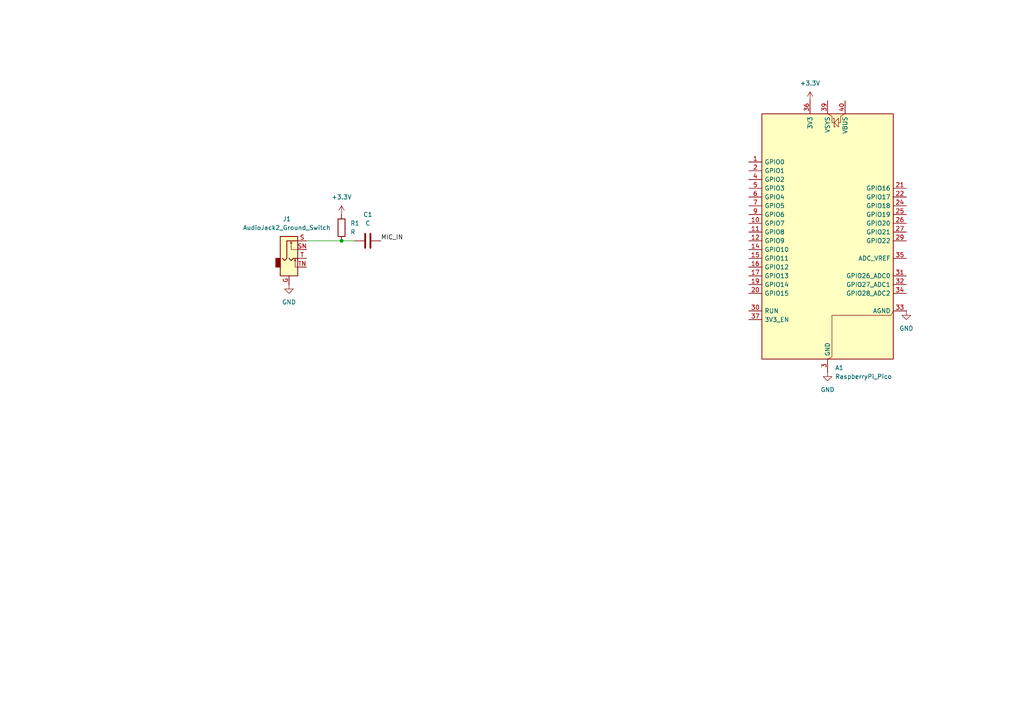
<source format=kicad_sch>
(kicad_sch (version 20250114) (generator "eeschema") (generator_version "9.0")
  (paper "A4")
  (lib_symbols
    (symbol "Connector_Audio:AudioJack2_Ground_Switch"
      (property "Reference" "J" (at 0 11.43 0))
      (property "Value" "AudioJack2_Ground_Switch" (at 0 8.89 0))
      (symbol "AudioJack2_Ground_Switch_0_1"
        (rectangle (start -2.54 -2.54) (end -3.81 0) (stroke (width 0.254)) (fill (type outline)))
        (rectangle (start 2.54 6.35) (end -2.54 -5.08) (stroke (width 0.254)) (fill (type background)))
      )
      (symbol "AudioJack2_Ground_Switch_1_1"
        (polyline (pts (xy 0 0) (xy 0.635 -0.635) (xy 1.27 0) (xy 2.54 0)) (stroke (width 0.254)))
        (polyline (pts (xy 0.635 4.826) (xy 0.889 4.318)))
        (polyline (pts (xy 1.778 -0.254) (xy 2.032 -0.762)))
        (polyline (pts (xy 2.54 5.08) (xy -0.635 5.08) (xy -0.635 0) (xy -1.27 -0.635) (xy -1.905 0)) (stroke (width 0.254)))
        (polyline (pts (xy 2.54 2.54) (xy 0.635 2.54) (xy 0.635 4.826) (xy 0.381 4.318)))
        (polyline (pts (xy 2.54 -2.54) (xy 1.778 -2.54) (xy 1.778 -0.254) (xy 1.524 -0.762)))
        (pin passive line (at 0 -7.62 90) (length 2.54) (name "~") (number "G"))
        (pin passive line (at 5.08 5.08 180) (length 2.54) (name "~") (number "S"))
        (pin passive line (at 5.08 2.54 180) (length 2.54) (name "~") (number "SN"))
        (pin passive line (at 5.08 0 180) (length 2.54) (name "~") (number "T"))
        (pin passive line (at 5.08 -2.54 180) (length 2.54) (name "~") (number "TN"))
      )
    )
    (symbol "Device:C" (pin_numbers (hide yes)) (pin_names (offset 0.254))
      (property "Reference" "C" (at 0.635 2.54 0))
      (property "Value" "C" (at 0.635 -2.54 0))
      (symbol "C_0_1"
        (polyline (pts (xy -2.032 0.762) (xy 2.032 0.762)) (stroke (width 0.508)))
        (polyline (pts (xy -2.032 -0.762) (xy 2.032 -0.762)) (stroke (width 0.508)))
      )
      (symbol "C_1_1"
        (pin passive line (at 0 3.81 270) (length 2.794) (name "~") (number "1"))
        (pin passive line (at 0 -3.81 90) (length 2.794) (name "~") (number "2"))
      )
    )
    (symbol "Device:R" (pin_numbers (hide yes)) (pin_names (offset 0))
      (property "Reference" "R" (at 2.032 0 90))
      (property "Value" "R" (at 0 0 90))
      (symbol "R_0_1"
        (rectangle (start -1.016 -2.54) (end 1.016 2.54) (stroke (width 0.254)))
      )
      (symbol "R_1_1"
        (pin passive line (at 0 3.81 270) (length 1.27) (name "~") (number "1"))
        (pin passive line (at 0 -3.81 90) (length 1.27) (name "~") (number "2"))
      )
    )
    (symbol "extra_symbols:RaspberryPi_Pico" (pin_names (offset 0.762))
      (property "Reference" "A" (at -19.05 38.1 0))
      (property "Value" "RaspberryPi_Pico" (at 7.62 38.1 0))
      (symbol "RaspberryPi_Pico_0_1"
        (rectangle (start -19.05 36.83) (end 19.05 -34.29) (stroke (width 0.254)) (fill (type background)))
        (polyline (pts (xy 0 36.83) (xy 1.27 36.195) (xy 1.27 34.29) (xy 1.905 34.29)))
        (polyline (pts (xy 0 -34.29) (xy 1.27 -33.655) (xy 1.27 -21.59) (xy 18.415 -21.59) (xy 19.05 -20.32)))
        (polyline (pts (xy 1.651 35.306) (xy 1.651 35.56) (xy 1.905 35.56) (xy 1.905 33.02) (xy 2.159 33.02) (xy 2.159 33.274)))
        (polyline (pts (xy 1.905 34.29) (xy 3.175 35.56) (xy 3.175 33.02) (xy 1.905 34.29)))
        (polyline (pts (xy 5.08 36.83) (xy 3.81 36.195) (xy 3.81 34.29) (xy 3.175 34.29)))
      )
      (symbol "RaspberryPi_Pico_1_1"
        (pin bidirectional line (at -22.86 22.86 0) (length 3.81) (name "GPIO0") (number "1"))
        (pin bidirectional line (at -22.86 20.32 0) (length 3.81) (name "GPIO1") (number "2"))
        (pin bidirectional line (at -22.86 17.78 0) (length 3.81) (name "GPIO2") (number "4"))
        (pin bidirectional line (at -22.86 15.24 0) (length 3.81) (name "GPIO3") (number "5"))
        (pin bidirectional line (at -22.86 12.7 0) (length 3.81) (name "GPIO4") (number "6"))
        (pin bidirectional line (at -22.86 10.16 0) (length 3.81) (name "GPIO5") (number "7"))
        (pin bidirectional line (at -22.86 7.62 0) (length 3.81) (name "GPIO6") (number "9"))
        (pin bidirectional line (at -22.86 5.08 0) (length 3.81) (name "GPIO7") (number "10"))
        (pin bidirectional line (at -22.86 2.54 0) (length 3.81) (name "GPIO8") (number "11"))
        (pin bidirectional line (at -22.86 0 0) (length 3.81) (name "GPIO9") (number "12"))
        (pin bidirectional line (at -22.86 -2.54 0) (length 3.81) (name "GPIO10") (number "14"))
        (pin bidirectional line (at -22.86 -5.08 0) (length 3.81) (name "GPIO11") (number "15"))
        (pin bidirectional line (at -22.86 -7.62 0) (length 3.81) (name "GPIO12") (number "16"))
        (pin bidirectional line (at -22.86 -10.16 0) (length 3.81) (name "GPIO13") (number "17"))
        (pin bidirectional line (at -22.86 -12.7 0) (length 3.81) (name "GPIO14") (number "19"))
        (pin bidirectional line (at -22.86 -15.24 0) (length 3.81) (name "GPIO15") (number "20"))
        (pin input line (at -22.86 -20.32 0) (length 3.81) (name "RUN") (number "30"))
        (pin input line (at -22.86 -22.86 0) (length 3.81) (name "3V3_EN") (number "37"))
        (pin power_out line (at -5.08 40.64 270) (length 3.81) (name "3V3") (number "36"))
        (pin power_in line (at 0 40.64 270) (length 3.81) (name "VSYS") (number "39"))
        (pin passive line (at 0 -38.1 90) (length 3.81) (hide yes) (name "GND") (number "13"))
        (pin passive line (at 0 -38.1 90) (length 3.81) (hide yes) (name "GND") (number "18"))
        (pin passive line (at 0 -38.1 90) (length 3.81) (hide yes) (name "GND") (number "23"))
        (pin passive line (at 0 -38.1 90) (length 3.81) (hide yes) (name "GND") (number "28"))
        (pin power_out line (at 0 -38.1 90) (length 3.81) (name "GND") (number "3"))
        (pin passive line (at 0 -38.1 90) (length 3.81) (hide yes) (name "GND") (number "38"))
        (pin passive line (at 0 -38.1 90) (length 3.81) (hide yes) (name "GND") (number "8"))
        (pin power_out line (at 5.08 40.64 270) (length 3.81) (name "VBUS") (number "40"))
        (pin bidirectional line (at 22.86 15.24 180) (length 3.81) (name "GPIO16") (number "21"))
        (pin bidirectional line (at 22.86 12.7 180) (length 3.81) (name "GPIO17") (number "22"))
        (pin bidirectional line (at 22.86 10.16 180) (length 3.81) (name "GPIO18") (number "24"))
        (pin bidirectional line (at 22.86 7.62 180) (length 3.81) (name "GPIO19") (number "25"))
        (pin bidirectional line (at 22.86 5.08 180) (length 3.81) (name "GPIO20") (number "26"))
        (pin bidirectional line (at 22.86 2.54 180) (length 3.81) (name "GPIO21") (number "27"))
        (pin bidirectional line (at 22.86 0 180) (length 3.81) (name "GPIO22") (number "29"))
        (pin power_in line (at 22.86 -5.08 180) (length 3.81) (name "ADC_VREF") (number "35"))
        (pin bidirectional line (at 22.86 -10.16 180) (length 3.81) (name "GPIO26_ADC0") (number "31"))
        (pin bidirectional line (at 22.86 -12.7 180) (length 3.81) (name "GPIO27_ADC1") (number "32"))
        (pin bidirectional line (at 22.86 -15.24 180) (length 3.81) (name "GPIO28_ADC2") (number "34"))
        (pin power_out line (at 22.86 -20.32 180) (length 3.81) (name "AGND") (number "33"))
      )
    )
    (symbol "power:+3.3V" (power) (pin_numbers (hide yes)) (pin_names (offset 0) (hide yes))
      (property "Value" "+3.3V" (at 0 3.556 0))
      (symbol "+3.3V_0_1"
        (polyline (pts (xy -0.762 1.27) (xy 0 2.54)))
        (polyline (pts (xy 0 2.54) (xy 0.762 1.27)))
        (polyline (pts (xy 0 0) (xy 0 2.54)))
      )
      (symbol "+3.3V_1_1"
        (pin power_in line (at 0 0 90) (length 0) (name "~") (number "1"))
      )
    )
    (symbol "power:GND" (power) (pin_numbers (hide yes)) (pin_names (offset 0) (hide yes))
      (property "Value" "GND" (at 0 -3.81 0))
      (symbol "GND_0_1"
        (polyline (pts (xy 0 0) (xy 0 -1.27) (xy 1.27 -1.27) (xy 0 -2.54) (xy -1.27 -1.27) (xy 0 -1.27)))
      )
      (symbol "GND_1_1"
        (pin power_in line (at 0 0 270) (length 0) (name "~") (number "1"))
      )
    )
  )
  (junction (at 99.06 69.85))
  (wire (pts (xy 99.06 69.85) (xy 102.87 69.85)))
  (wire (pts (xy 88.9 69.85) (xy 99.06 69.85)))
  (label "MIC_IN" (at 110.49 69.85 0))
  (symbol (lib_id "power:GND") (at 262.89 90.17 0) (unit 1)
    (property "Reference" "#PWR05" (effects (hide yes)))
    (property "Value" "GND" (at 262.89 95.25 0))
    (property "Description" "Power symbol creates a global label with name \"GND\" , ground" (effects (hide yes)))
  )
  (symbol (lib_id "extra_symbols:RaspberryPi_Pico") (at 240.03 69.85 0) (unit 1)
    (property "Reference" "A1" (at 242.1733 106.68 0) (effects (justify left)))
    (property "Value" "RaspberryPi_Pico" (at 242.1733 109.22 0) (effects (justify left)))
    (property "Footprint" "Module:RaspberryPi_Pico_Common_THT" (effects (hide yes)))
    (property "Datasheet" "https://datasheets.raspberrypi.com/pico/pico-datasheet.pdf" (effects (hide yes)))
    (property "Description" "Versatile and inexpensive microcontroller module powered by RP2040 dual-core Arm Cortex-M0+ processor up to 133 MHz, 264kB SRAM, 2MB QSPI flash" (effects (hide yes)))
  )
  (symbol (lib_id "Device:R") (at 99.06 66.04 0) (unit 1)
    (property "Reference" "R1" (at 101.6 64.7699 0) (effects (justify left)))
    (property "Value" "R" (at 101.6 67.3099 0) (effects (justify left)))
    (property "Description" "Resistor" (effects (hide yes)))
  )
  (symbol (lib_id "power:GND") (at 83.82 82.55 0) (unit 1)
    (property "Reference" "#PWR03" (effects (hide yes)))
    (property "Value" "GND" (at 83.82 87.63 0))
    (property "Description" "Power symbol creates a global label with name \"GND\" , ground" (effects (hide yes)))
  )
  (symbol (lib_id "power:GND") (at 240.03 107.95 0) (unit 1)
    (property "Reference" "#PWR04" (effects (hide yes)))
    (property "Value" "GND" (at 240.03 113.03 0))
    (property "Description" "Power symbol creates a global label with name \"GND\" , ground" (effects (hide yes)))
  )
  (symbol (lib_id "Connector_Audio:AudioJack2_Ground_Switch") (at 83.82 74.93 0) (unit 1)
    (property "Reference" "J1" (at 83.185 63.5 0))
    (property "Value" "AudioJack2_Ground_Switch" (at 83.185 66.04 0))
    (property "Description" "Audio Jack, 2 Poles (Mono / TS), Grounded Sleeve, Switched Pole (Normalling)" (effects (hide yes)))
  )
  (symbol (lib_id "power:+3.3V") (at 99.06 62.23 0) (unit 1)
    (property "Reference" "#PWR02" (effects (hide yes)))
    (property "Value" "+3.3V" (at 99.06 57.15 0))
    (property "Description" "Power symbol creates a global label with name \"+3.3V\"" (effects (hide yes)))
  )
  (symbol (lib_id "power:+3.3V") (at 234.95 29.21 0) (unit 1)
    (property "Reference" "#PWR01" (effects (hide yes)))
    (property "Value" "+3.3V" (at 234.95 24.13 0))
    (property "Description" "Power symbol creates a global label with name \"+3.3V\"" (effects (hide yes)))
  )
  (symbol (lib_id "Device:C") (at 106.68 69.85 90) (unit 1)
    (property "Reference" "C1" (at 106.68 62.23 90))
    (property "Value" "C" (at 106.68 64.77 90))
    (property "Description" "Unpolarized capacitor" (effects (hide yes)))
  )
)
</source>
